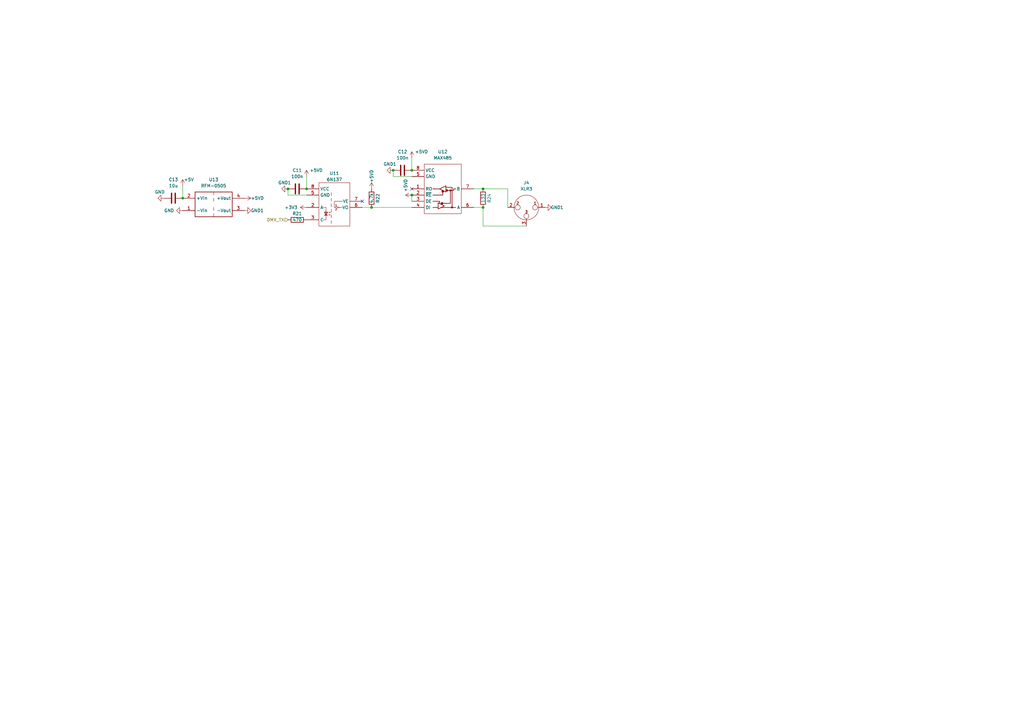
<source format=kicad_sch>
(kicad_sch (version 20211123) (generator eeschema)
  (paper "A3")
  (lib_symbols
    (symbol "Connector:XLR3" (pin_names hide)
      (property "Reference" "J4" (at 0 10.16 0))
      (property "Value" "XLR3" (at 0 7.62 0))
      (symbol "XLR3_0_1"
        (circle (center -3.556 0) (radius 1.016))
        (circle (center 0 -3.556) (radius 1.016))
        (polyline (pts (xy -5.08 0) (xy -4.572 0)))
        (polyline (pts (xy 0 -5.08) (xy 0 -4.572)))
        (polyline (pts (xy 5.08 0) (xy 4.572 0)))
        (circle (center 0 0) (radius 5.08))
        (circle (center 3.556 0) (radius 1.016))
        (text "1" (at -3.556 1.778 0) (effects (font (size 1.016 1.016) bold)))
        (text "2" (at 3.556 1.778 0) (effects (font (size 1.016 1.016) bold)))
        (text "3" (at 0 -1.778 0) (effects (font (size 1.016 1.016) bold)))
        (pin passive line (at -7.62 0 0) (length 2.54) (name "~") (number "1"))
        (pin passive line (at 7.62 0 180) (length 2.54) (name "~") (number "2"))
        (pin passive line (at 0 -7.62 90) (length 2.54) (name "~") (number "3"))
      )
    )
    (symbol "Device:C" (pin_numbers hide) (pin_names (offset 0.254))
      (property "Reference" "C" (at 0.635 2.54 0))
      (property "Value" "C" (at 0.635 -2.54 0))
      (symbol "C_0_1"
        (polyline (pts (xy -2.032 -0.762) (xy 2.032 -0.762)) (stroke (width 0.508)))
        (polyline (pts (xy -2.032 0.762) (xy 2.032 0.762)) (stroke (width 0.508)))
      )
      (symbol "C_1_1"
        (pin passive line (at 0 3.81 270) (length 2.794) (name "~") (number "1"))
        (pin passive line (at 0 -3.81 90) (length 2.794) (name "~") (number "2"))
      )
    )
    (symbol "Device:R" (pin_numbers hide) (pin_names (offset 0))
      (property "Reference" "R" (at 2.032 0 90))
      (property "Value" "R" (at 0 0 90))
      (symbol "R_0_1"
        (rectangle (start -1.016 -2.54) (end 1.016 2.54) (stroke (width 0.254)))
      )
      (symbol "R_1_1"
        (pin passive line (at 0 3.81 270) (length 1.27) (name "~") (number "1"))
        (pin passive line (at 0 -3.81 90) (length 1.27) (name "~") (number "2"))
      )
    )
    (symbol "igor_lib:6N137"
      (property "Reference" "U11" (at 6.35 21.59 0))
      (property "Value" "6N137" (at 6.35 19.05 0))
      (symbol "6N137_0_1"
        (polyline (pts (xy 6.985 8.89) (xy 6.985 6.35)))
        (polyline (pts (xy 9.652 7.62) (xy 8.7376 7.62)))
        (polyline (pts (xy 1.7526 2.54) (xy 2.8956 2.54) (xy 2.8956 7.62) (xy 1.7526 7.62)))
        (polyline (pts (xy 9.652 10.16) (xy 6.35 10.16) (xy 6.35 7.62) (xy 6.985 7.62)))
        (arc (start 6.985 8.89) (mid 6.087 6.722) (end 8.255 7.62))
        (arc (start 8.255 7.62) (mid 6.087 8.518) (end 6.985 6.35))
        (circle (center 8.509 7.62) (radius 0.1796) (stroke (width 0.05)))
      )
      (symbol "6N137_1_1"
        (polyline (pts (xy 2.2606 4.445) (xy 3.5306 4.445)) (stroke (width 0.254)))
        (polyline (pts (xy 5.0546 2.286) (xy 5.0546 1.016)))
        (polyline (pts (xy 5.0546 4.572) (xy 5.0546 3.302)))
        (polyline (pts (xy 5.0546 6.858) (xy 5.0546 5.588)))
        (polyline (pts (xy 5.0546 9.144) (xy 5.0546 7.874)))
        (polyline (pts (xy 5.0546 11.43) (xy 5.0546 10.16)))
        (polyline (pts (xy 5.0546 13.716) (xy 5.0546 12.446)))
        (polyline (pts (xy 2.8956 4.445) (xy 2.2606 5.715) (xy 3.5306 5.715) (xy 2.8956 4.445)) (stroke (width 0.254)))
        (polyline (pts (xy 3.9116 4.572) (xy 4.6736 4.572) (xy 4.2926 4.445) (xy 4.2926 4.699) (xy 4.6736 4.572)) (stroke (width 0.127)))
        (polyline (pts (xy 3.9116 5.588) (xy 4.6736 5.588) (xy 4.2926 5.461) (xy 4.2926 5.715) (xy 4.6736 5.588)) (stroke (width 0.127)))
        (rectangle (start 0 17.78) (end 12.7 0))
        (pin no_connect line (at -5.08 10.16 0) (length 5.08) hide (name "NC") (number "1"))
        (pin passive line (at -5.08 7.62 0) (length 5.08) (name "A") (number "2"))
        (pin passive line (at -5.08 2.54 0) (length 5.08) (name "C") (number "3"))
        (pin no_connect line (at -5.08 10.16 0) (length 5.08) hide (name "NC") (number "4"))
        (pin power_in line (at -5.08 12.7 0) (length 5.08) (name "GND") (number "5"))
        (pin open_collector line (at 17.78 7.62 180) (length 5.08) (name "VO") (number "6"))
        (pin input line (at 17.78 10.16 180) (length 5.08) (name "VE") (number "7"))
        (pin power_in line (at -5.08 15.24 0) (length 5.08) (name "VCC") (number "8"))
      )
    )
    (symbol "igor_lib:MAX485"
      (property "Reference" "U?" (at 7.62 24.13 0))
      (property "Value" "MAX485" (at 7.62 21.59 0))
      (symbol "MAX485_0_1"
        (polyline (pts (xy 3.556 2.54) (xy 5.715 2.54)) (stroke (width 0.254)))
        (polyline (pts (xy 3.556 10.16) (xy 6.35 10.16)) (stroke (width 0.254)))
        (polyline (pts (xy 6.35 4.4196) (xy 6.35 4.1656)) (stroke (width 0.254)))
        (polyline (pts (xy 6.985 2.54) (xy 12.954 2.54)) (stroke (width 0.254)))
        (polyline (pts (xy 3.556 5.08) (xy 6.35 5.08) (xy 6.35 4.445)) (stroke (width 0.254)))
        (polyline (pts (xy 7.62 8.89) (xy 7.62 7.62) (xy 3.556 7.62)) (stroke (width 0.254)))
        (polyline (pts (xy 8.89 10.795) (xy 11.43 10.795) (xy 11.43 2.54)) (stroke (width 0.254)))
        (polyline (pts (xy 10.7442 9.6266) (xy 10.7442 4.2418) (xy 7.747 4.2418)) (stroke (width 0.254)))
        (polyline (pts (xy 5.715 4.445) (xy 5.715 1.905) (xy 8.255 3.175) (xy 5.715 4.445)) (stroke (width 0.254)))
        (polyline (pts (xy 6.35 10.16) (xy 8.89 11.43) (xy 8.89 8.89) (xy 6.35 10.16)) (stroke (width 0.254)))
        (polyline (pts (xy 9.525 9.525) (xy 12.065 9.525) (xy 12.065 10.16) (xy 12.954 10.16)) (stroke (width 0.254)))
        (rectangle (start 0 20.32) (end 15.24 0))
        (circle (center 7.2898 4.2418) (radius 0.3556) (stroke (width 0.254)) (fill (type outline)))
        (circle (center 7.5946 9.1186) (radius 0.3556) (stroke (width 0.254)) (fill (type outline)))
        (rectangle (start 8.89 10.795) (end 8.89 10.795))
        (circle (center 9.271 9.525) (radius 0.3556) (stroke (width 0.254)) (fill (type outline)))
        (circle (center 10.7442 9.525) (radius 0.3556) (stroke (width 0.0025)) (fill (type outline)))
        (circle (center 11.43 2.54) (radius 0.3556) (stroke (width 0.0025)) (fill (type outline)))
      )
      (symbol "MAX485_1_1"
        (pin output line (at -5.08 10.16 0) (length 5.08) (name "RO") (number "1"))
        (pin input line (at -5.08 7.62 0) (length 5.08) (name "~{RE}") (number "2"))
        (pin input line (at -5.08 5.08 0) (length 5.08) (name "DE") (number "3"))
        (pin input line (at -5.08 2.54 0) (length 5.08) (name "DI") (number "4"))
        (pin power_in line (at -5.08 15.24 0) (length 5.08) (name "GND") (number "5"))
        (pin bidirectional line (at 20.32 2.54 180) (length 5.08) (name "A") (number "6"))
        (pin bidirectional line (at 20.32 10.16 180) (length 5.08) (name "B") (number "7"))
        (pin power_in line (at -5.08 17.78 0) (length 5.08) (name "VCC") (number "8"))
      )
    )
    (symbol "igor_lib:RFM-0505"
      (property "Reference" "U?" (at 7.62 13.97 0))
      (property "Value" "RFM-0505" (at 7.62 11.43 0))
      (symbol "RFM-0505_0_0"
        (pin power_in line (at -5.08 2.54 0) (length 5.08) (name "-Vin") (number "1"))
        (pin power_in line (at -5.08 7.62 0) (length 5.08) (name "+Vin") (number "2"))
        (pin power_out line (at 20.32 2.54 180) (length 5.08) (name "-Vout") (number "3"))
        (pin power_out line (at 20.32 7.62 180) (length 5.08) (name "+Vout") (number "4"))
      )
      (symbol "RFM-0505_0_1"
        (polyline (pts (xy 7.62 1.27) (xy 7.62 0)))
        (polyline (pts (xy 7.62 3.81) (xy 7.62 2.54)))
        (polyline (pts (xy 7.62 7.62) (xy 7.62 6.35)))
        (polyline (pts (xy 7.62 10.16) (xy 7.62 8.89)))
        (rectangle (start 0 10.16) (end 15.24 0) (stroke (width 0.254)))
      )
    )
    (symbol "power:+3.3V" (power) (pin_names (offset 0))
      (property "Value" "+3.3V" (at 0 3.556 0))
      (symbol "+3.3V_0_1"
        (polyline (pts (xy -0.762 1.27) (xy 0 2.54)))
        (polyline (pts (xy 0 0) (xy 0 2.54)))
        (polyline (pts (xy 0 2.54) (xy 0.762 1.27)))
      )
      (symbol "+3.3V_1_1"
        (pin power_in line (at 0 0 90) (length 0) hide (name "+3V3") (number "1"))
      )
    )
    (symbol "power:+5V" (power) (pin_names (offset 0))
      (property "Value" "+5V" (at 0 3.556 0))
      (symbol "+5V_0_1"
        (polyline (pts (xy -0.762 1.27) (xy 0 2.54)))
        (polyline (pts (xy 0 0) (xy 0 2.54)))
        (polyline (pts (xy 0 2.54) (xy 0.762 1.27)))
      )
      (symbol "+5V_1_1"
        (pin power_in line (at 0 0 90) (length 0) hide (name "+5V") (number "1"))
      )
    )
    (symbol "power:+5VD" (power) (pin_names (offset 0))
      (property "Value" "+5VD" (at 0 3.556 0))
      (symbol "+5VD_0_1"
        (polyline (pts (xy -0.762 1.27) (xy 0 2.54)))
        (polyline (pts (xy 0 0) (xy 0 2.54)))
        (polyline (pts (xy 0 2.54) (xy 0.762 1.27)))
      )
      (symbol "+5VD_1_1"
        (pin power_in line (at 0 0 90) (length 0) hide (name "+5VD") (number "1"))
      )
    )
    (symbol "power:GND" (power) (pin_names (offset 0))
      (property "Value" "GND" (at 0 -3.81 0))
      (symbol "GND_0_1"
        (polyline (pts (xy 0 0) (xy 0 -1.27) (xy 1.27 -1.27) (xy 0 -2.54) (xy -1.27 -1.27) (xy 0 -1.27)))
      )
      (symbol "GND_1_1"
        (pin power_in line (at 0 0 270) (length 0) hide (name "GND") (number "1"))
      )
    )
    (symbol "power:GND1" (power) (pin_names (offset 0))
      (property "Value" "GND1" (at 0 -3.81 0))
      (symbol "GND1_0_1"
        (polyline (pts (xy 0 0) (xy 0 -1.27) (xy 1.27 -1.27) (xy 0 -2.54) (xy -1.27 -1.27) (xy 0 -1.27)))
      )
      (symbol "GND1_1_1"
        (pin power_in line (at 0 0 270) (length 0) hide (name "GND1") (number "1"))
      )
    )
  )
  (junction (at 125.73 77.47))
  (junction (at 152.4 85.09))
  (junction (at 74.93 81.28))
  (junction (at 118.11 77.47))
  (junction (at 161.29 69.85))
  (junction (at 168.91 80.01))
  (junction (at 198.12 85.09))
  (junction (at 198.12 77.47))
  (junction (at 168.91 69.85))
  (no_connect (at 168.91 77.47))
  (no_connect (at 148.59 82.55))
  (wire (pts (xy 161.29 72.39) (xy 161.29 69.85)))
  (wire (pts (xy 152.4 85.09) (xy 168.91 85.09)))
  (wire (pts (xy 168.91 80.01) (xy 168.91 82.55)))
  (wire (pts (xy 148.59 85.09) (xy 152.4 85.09)))
  (wire (pts (xy 118.11 80.01) (xy 118.11 77.47)))
  (wire (pts (xy 194.31 77.47) (xy 198.12 77.47)))
  (wire (pts (xy 198.12 77.47) (xy 208.28 77.47)))
  (wire (pts (xy 168.91 72.39) (xy 161.29 72.39)))
  (wire (pts (xy 74.93 76.2) (xy 74.93 81.28)))
  (wire (pts (xy 198.12 85.09) (xy 198.12 92.71)))
  (wire (pts (xy 125.73 72.39) (xy 125.73 77.47)))
  (wire (pts (xy 125.73 80.01) (xy 118.11 80.01)))
  (wire (pts (xy 168.91 64.77) (xy 168.91 69.85)))
  (wire (pts (xy 208.28 85.09) (xy 208.28 77.47)))
  (wire (pts (xy 198.12 92.71) (xy 215.9 92.71)))
  (wire (pts (xy 194.31 85.09) (xy 198.12 85.09)))
  (hierarchical_label "DMX_TX" (shape input) (at 118.11 90.17 180))
  (symbol (lib_id "Connector:XLR3") (at 215.9 85.09 0) (mirror y) (unit 1)
    (property "Reference" "J4" (at 215.9 74.93 0))
    (property "Value" "XLR3" (at 215.9 77.47 0))
    (property "Footprint" "igor_footprint_lib:TRAPC3MX" (effects hide))
    (property "Datasheet" " ~" (effects hide))
  )
  (symbol (lib_id "power:GND1") (at 223.52 85.09 90) (unit 1)
    (property "Reference" "#PWR0162" (effects hide))
    (property "Value" "GND1" (at 231.14 85.09 90) (effects (justify left)))
  )
  (symbol (lib_id "power:GND1") (at 118.11 77.47 270) (mirror x) (unit 1)
    (property "Reference" "#PWR0153" (effects hide))
    (property "Value" "GND1" (at 119.38 74.93 90) (effects (justify right)))
  )
  (symbol (lib_id "igor_lib:6N137") (at 130.81 92.71 0) (unit 1)
    (property "Reference" "U11" (at 137.16 71.12 0))
    (property "Value" "6N137" (at 137.16 73.66 0))
    (property "Footprint" "Package_SO:SSO-8_6.7x9.8mm_P2.54mm_Clearance8mm" (effects hide))
    (property "Datasheet" "https://docs.broadcom.com/docs/AV02-0940EN" (effects hide))
    (property "LCSC" "C92651" (effects hide))
  )
  (symbol (lib_id "power:GND1") (at 100.33 86.36 90) (mirror x) (unit 1)
    (property "Reference" "#PWR0156" (effects hide))
    (property "Value" "GND1" (at 102.87 86.36 90) (effects (justify right)))
  )
  (symbol (lib_id "power:+3.3V") (at 125.73 85.09 90) (unit 1)
    (property "Reference" "#PWR0151" (effects hide))
    (property "Value" "+3.3V" (at 119.38 85.09 90))
  )
  (symbol (lib_id "power:+5VD") (at 100.33 81.28 270) (unit 1)
    (property "Reference" "#PWR0158" (effects hide))
    (property "Value" "+5VD" (at 102.87 81.28 90) (effects (justify left)))
  )
  (symbol (lib_id "Device:C") (at 71.12 81.28 90) (unit 1)
    (property "Reference" "C13" (at 71.12 73.66 90))
    (property "Value" "10u" (at 71.12 76.2 90))
    (property "Footprint" "Capacitor_SMD:C_0402_1005Metric" (effects hide))
    (property "LCSC" "C15525" (effects hide))
  )
  (symbol (lib_id "igor_lib:MAX485") (at 173.99 87.63 0) (unit 1)
    (property "Reference" "U12" (at 181.61 62.23 0))
    (property "Value" "MAX485" (at 181.61 64.77 0))
    (property "Footprint" "Package_SO:SO-8_3.9x4.9mm_P1.27mm" (effects hide))
    (property "LCSC" "C19738" (effects hide))
  )
  (symbol (lib_id "power:GND") (at 67.31 81.28 270) (unit 1)
    (property "Reference" "#PWR0159" (effects hide))
    (property "Value" "GND" (at 63.5 78.74 90) (effects (justify left)))
  )
  (symbol (lib_id "power:+5V") (at 74.93 76.2 0) (unit 1)
    (property "Reference" "#PWR0160" (effects hide))
    (property "Value" "+5V" (at 77.47 73.66 0))
  )
  (symbol (lib_id "Device:C") (at 165.1 69.85 90) (unit 1)
    (property "Reference" "C12" (at 165.1 62.23 90))
    (property "Value" "100n" (at 165.1 64.77 90))
    (property "Footprint" "Capacitor_SMD:C_0402_1005Metric" (effects hide))
    (property "LCSC" "C1525" (effects hide))
  )
  (symbol (lib_id "power:+5VD") (at 168.91 80.01 90) (unit 1)
    (property "Reference" "#PWR0154" (effects hide))
    (property "Value" "+5VD" (at 166.37 78.74 0) (effects (justify left)))
  )
  (symbol (lib_id "power:+5VD") (at 152.4 77.47 0) (unit 1)
    (property "Reference" "#PWR0150" (effects hide))
    (property "Value" "+5VD" (at 152.4 74.93 90) (effects (justify left)))
  )
  (symbol (lib_id "Device:R") (at 121.92 90.17 90) (unit 1)
    (property "Reference" "R21" (at 121.92 87.63 90))
    (property "Value" "470" (at 121.92 90.17 90))
    (property "Footprint" "Resistor_SMD:R_0402_1005Metric" (effects hide))
    (property "LCSC" "C25117" (effects hide))
  )
  (symbol (lib_id "Device:R") (at 198.12 81.28 0) (unit 1)
    (property "Reference" "R24" (at 200.66 81.28 90))
    (property "Value" "133" (at 198.12 81.28 90))
    (property "Footprint" "Resistor_SMD:R_0402_1005Metric" (effects hide))
    (property "LCSC" "C497125" (effects hide))
  )
  (symbol (lib_id "Device:R") (at 152.4 81.28 0) (unit 1)
    (property "Reference" "R22" (at 154.94 81.28 90))
    (property "Value" "4.7k" (at 152.4 81.28 90))
    (property "Footprint" "Resistor_SMD:R_0402_1005Metric" (effects hide))
    (property "LCSC" "C25900" (effects hide))
  )
  (symbol (lib_id "power:GND1") (at 161.29 69.85 270) (unit 1)
    (property "Reference" "#PWR0157" (effects hide))
    (property "Value" "GND1" (at 162.56 67.31 90) (effects (justify right)))
  )
  (symbol (lib_id "igor_lib:RFM-0505") (at 80.01 88.9 0) (unit 1)
    (property "Reference" "U13" (at 87.63 73.66 0))
    (property "Value" "RFM-0505" (at 87.63 76.2 0))
    (property "Footprint" "igor_footprint_lib:RFM-0505" (effects hide))
  )
  (symbol (lib_id "power:+5VD") (at 125.73 72.39 0) (unit 1)
    (property "Reference" "#PWR016" (effects hide))
    (property "Value" "+5VD" (at 127 69.85 0) (effects (justify left)))
  )
  (symbol (lib_id "power:+5VD") (at 168.91 64.77 0) (unit 1)
    (property "Reference" "#PWR0149" (effects hide))
    (property "Value" "+5VD" (at 170.18 62.23 0) (effects (justify left)))
  )
  (symbol (lib_id "Device:C") (at 121.92 77.47 90) (unit 1)
    (property "Reference" "C11" (at 121.92 69.85 90))
    (property "Value" "100n" (at 121.92 72.39 90))
    (property "Footprint" "Capacitor_SMD:C_0402_1005Metric" (effects hide))
    (property "LCSC" "C1525" (effects hide))
  )
  (symbol (lib_id "power:GND") (at 74.93 86.36 270) (mirror x) (unit 1)
    (property "Reference" "#PWR0161" (effects hide))
    (property "Value" "GND" (at 67.31 86.36 90) (effects (justify left)))
  )
)
</source>
